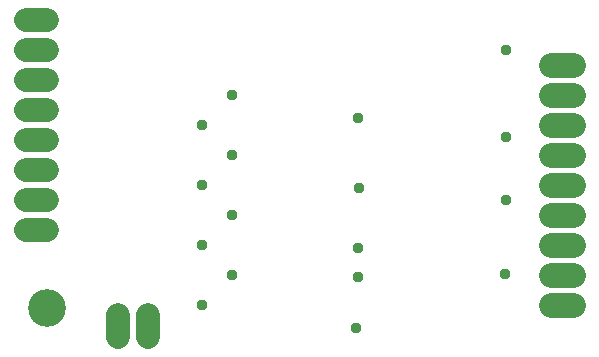
<source format=gbr>
G04 EAGLE Gerber RS-274X export*
G75*
%MOMM*%
%FSLAX34Y34*%
%LPD*%
%INSoldermask Bottom*%
%IPPOS*%
%AMOC8*
5,1,8,0,0,1.08239X$1,22.5*%
G01*
%ADD10C,2.082800*%
%ADD11C,2.003200*%
%ADD12C,3.203200*%
%ADD13C,0.959600*%


D10*
X498602Y495300D02*
X517398Y495300D01*
X517398Y469900D02*
X498602Y469900D01*
X498602Y444500D02*
X517398Y444500D01*
X517398Y419100D02*
X498602Y419100D01*
X498602Y393700D02*
X517398Y393700D01*
X517398Y368300D02*
X498602Y368300D01*
X498602Y342900D02*
X517398Y342900D01*
X517398Y317500D02*
X498602Y317500D01*
X498602Y292100D02*
X517398Y292100D01*
D11*
X72500Y533400D02*
X54500Y533400D01*
X54500Y508000D02*
X72500Y508000D01*
X72500Y482600D02*
X54500Y482600D01*
X54500Y457200D02*
X72500Y457200D01*
X72500Y431800D02*
X54500Y431800D01*
X54500Y406400D02*
X72500Y406400D01*
X72500Y381000D02*
X54500Y381000D01*
X54500Y355600D02*
X72500Y355600D01*
X132080Y283320D02*
X132080Y265320D01*
X157480Y265320D02*
X157480Y283320D01*
D12*
X72390Y289560D03*
D13*
X228600Y469900D03*
X203200Y444500D03*
X228600Y419100D03*
X203200Y393700D03*
X228600Y368300D03*
X203200Y342900D03*
X228600Y317500D03*
X203200Y292100D03*
X461010Y508000D03*
X461010Y434340D03*
X461010Y381000D03*
X459740Y318770D03*
X334010Y273050D03*
X335280Y316230D03*
X336550Y391160D03*
X335280Y450850D03*
X335280Y340360D03*
M02*

</source>
